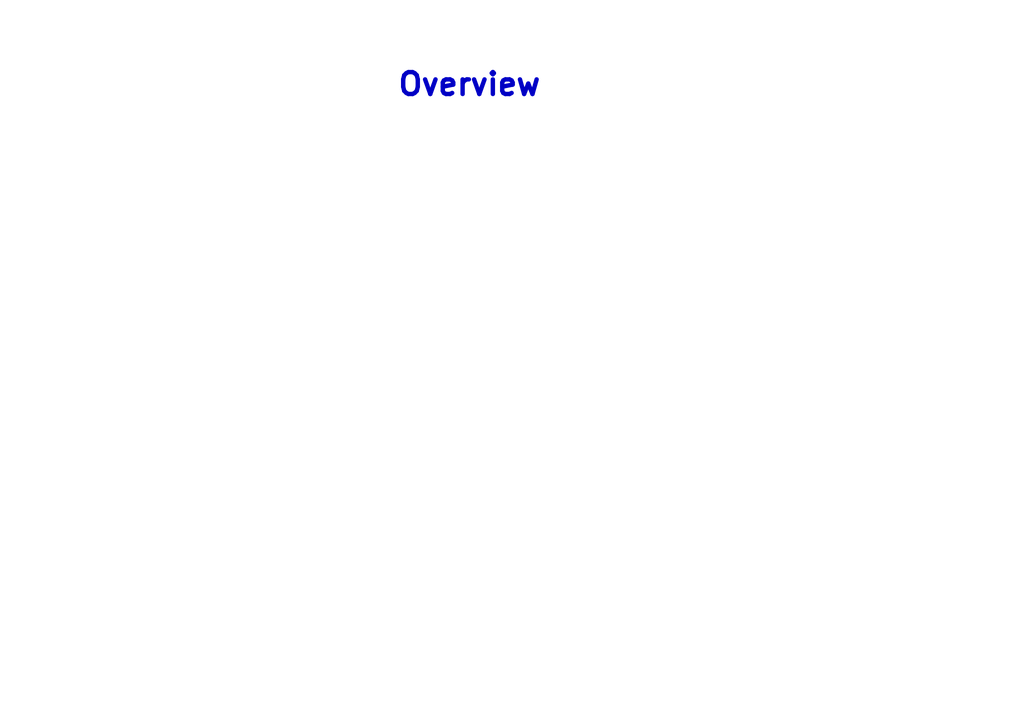
<source format=kicad_sch>
(kicad_sch
	(version 20250114)
	(generator "eeschema")
	(generator_version "9.0")
	(uuid "386584d9-7592-4035-b804-4fbffa22444b")
	(paper "A4")
	(title_block
		(title "Overview")
		(date "2025-04-06")
		(rev "rev0")
		(company "DBtronics Inc.")
		(comment 1 "Dian Basit")
		(comment 2 "dianbasit@dbtronics.org")
		(comment 3 "+1 (587) 432-2486")
	)
	(lib_symbols)
	(text "${TITLE}\n"
		(exclude_from_sim no)
		(at 136.144 24.638 0)
		(effects
			(font
				(size 6.35 6.35)
				(thickness 1.27)
				(bold yes)
			)
		)
		(uuid "cb3f9782-b751-4612-9b8f-b5e3d03857aa")
	)
)

</source>
